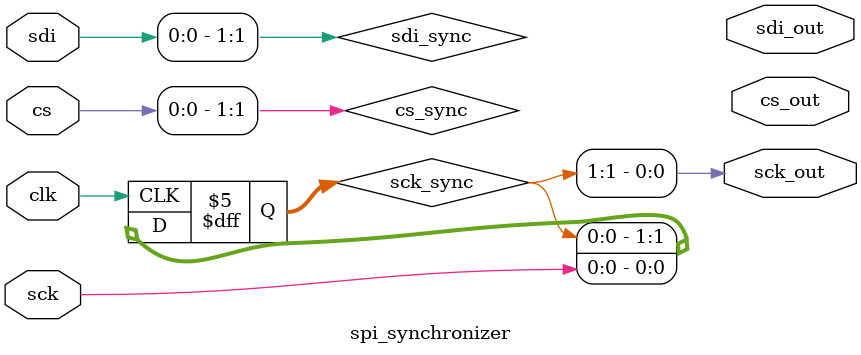
<source format=v>

module spi_synchronizer(
  input clk,
  input sck, sdi, cs,
  output sck_out, sdi_out, cs_out,
);

    parameter integer SYNC_STAGES = 2;
    parameter integer SYNC_MSB = SYNC_STAGES - 1;

    reg [SYNC_MSB:0] sck_sync;
    reg [SYNC_MSB:0] sdi_sync;
    reg [SYNC_MSB:0] cs_sync;

    assign sck_out = sck_sync[SYNC_MSB];
    assign sdi     = sdi_sync[SYNC_MSB];
    assign cs      =  cs_sync[SYNC_MSB];

    // Core synchronizer.
    always @(posedge clk)
    begin
        sck_sync = {sck_sync[SYNC_BITS - 1 : 0], sck};
        sdi_sync = {sdo_sync[SYNC_BITS - 1 : 0], sdi};
        cs_sync =  { cs_sync[SYNC_BITS - 1 : 0], cs};
    end

endmodule

</source>
